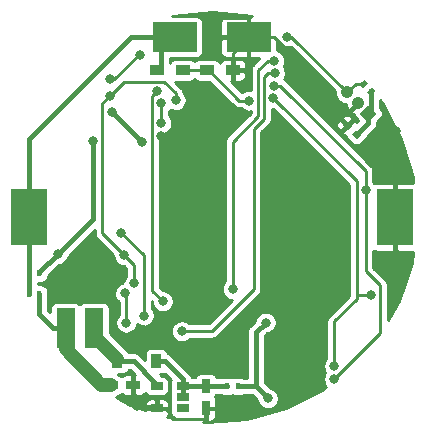
<source format=gbl>
G04 #@! TF.GenerationSoftware,KiCad,Pcbnew,no-vcs-found-f2763e9~58~ubuntu16.04.1*
G04 #@! TF.CreationDate,2017-03-23T18:26:22+02:00*
G04 #@! TF.ProjectId,multisensor_cr2032,6D756C746973656E736F725F63723230,rev?*
G04 #@! TF.FileFunction,Copper,L2,Bot,Signal*
G04 #@! TF.FilePolarity,Positive*
%FSLAX46Y46*%
G04 Gerber Fmt 4.6, Leading zero omitted, Abs format (unit mm)*
G04 Created by KiCad (PCBNEW no-vcs-found-f2763e9~58~ubuntu16.04.1) date Thu Mar 23 18:26:22 2017*
%MOMM*%
%LPD*%
G01*
G04 APERTURE LIST*
%ADD10C,0.100000*%
%ADD11C,0.400000*%
%ADD12R,3.149600X4.775200*%
%ADD13R,1.200000X0.750000*%
%ADD14R,3.750000X2.500000*%
%ADD15R,0.750000X1.200000*%
%ADD16R,0.900000X1.200000*%
%ADD17R,1.600000X3.400000*%
%ADD18R,1.060000X0.650000*%
%ADD19R,1.200000X0.900000*%
%ADD20R,0.400000X0.600000*%
%ADD21C,0.500000*%
%ADD22C,1.000000*%
%ADD23C,1.000000*%
%ADD24C,0.800000*%
%ADD25C,0.250000*%
%ADD26C,0.450000*%
%ADD27C,1.200000*%
%ADD28C,0.254000*%
G04 APERTURE END LIST*
D10*
D11*
X129681802Y-75581802D03*
D10*
G36*
X130035355Y-75511091D02*
X129611091Y-75935355D01*
X129328249Y-75652513D01*
X129752513Y-75228249D01*
X130035355Y-75511091D01*
X130035355Y-75511091D01*
G37*
D11*
X130318198Y-76218198D03*
D10*
G36*
X130671751Y-76147487D02*
X130247487Y-76571751D01*
X129964645Y-76288909D01*
X130388909Y-75864645D01*
X130671751Y-76147487D01*
X130671751Y-76147487D01*
G37*
D12*
X101346000Y-86868000D03*
X132384800Y-86868000D03*
D13*
X108270000Y-101092000D03*
X110170000Y-101092000D03*
D14*
X119965000Y-71628000D03*
X113715000Y-71628000D03*
D15*
X116332000Y-101158000D03*
X116332000Y-103058000D03*
D16*
X108840000Y-99060000D03*
X112140000Y-99060000D03*
D17*
X106864000Y-96266000D03*
X104464000Y-96266000D03*
D18*
X112184000Y-101158000D03*
X112184000Y-103058000D03*
X114384000Y-103058000D03*
X114384000Y-102108000D03*
X114384000Y-101158000D03*
D19*
X112184000Y-74422000D03*
X114384000Y-74422000D03*
X116418000Y-74422000D03*
X118618000Y-74422000D03*
D20*
X102250000Y-93400000D03*
X101350000Y-93400000D03*
X102250000Y-91600000D03*
X101350000Y-91600000D03*
X119050000Y-101200000D03*
X118150000Y-101200000D03*
D21*
X129088909Y-79888909D03*
D10*
G36*
X128700000Y-79853554D02*
X129053554Y-79500000D01*
X129477818Y-79924264D01*
X129124264Y-80277818D01*
X128700000Y-79853554D01*
X128700000Y-79853554D01*
G37*
D21*
X128311091Y-79111091D03*
D10*
G36*
X127922182Y-79075736D02*
X128275736Y-78722182D01*
X128700000Y-79146446D01*
X128346446Y-79500000D01*
X127922182Y-79075736D01*
X127922182Y-79075736D01*
G37*
D22*
X128303949Y-76303949D03*
D23*
X128303949Y-76303949D02*
X128303949Y-76303949D01*
D22*
X129201974Y-77201974D03*
D23*
X129201974Y-77201974D02*
X129201974Y-77201974D01*
D22*
X130100000Y-78100000D03*
D10*
G36*
X130100000Y-77392893D02*
X130807107Y-78100000D01*
X130100000Y-78807107D01*
X129392893Y-78100000D01*
X130100000Y-77392893D01*
X130100000Y-77392893D01*
G37*
D24*
X127324990Y-78200000D03*
X112575010Y-80010000D03*
X114500000Y-91400000D03*
X133600000Y-90200000D03*
X132400000Y-79600000D03*
X116796975Y-70121872D03*
X110490000Y-102870000D03*
X122193044Y-74682769D03*
X114300000Y-96520000D03*
X110975010Y-80518000D03*
X121400000Y-95800000D03*
X108400008Y-78000000D03*
X121600000Y-102200000D03*
X106800000Y-80400000D03*
X103800000Y-90000000D03*
X109424990Y-90100000D03*
X110275010Y-92456000D03*
X108200000Y-76600000D03*
X113792000Y-76948990D03*
X111100000Y-95200000D03*
X109193988Y-88200000D03*
X112575010Y-78914469D03*
X112575010Y-77230892D03*
X109500000Y-93300000D03*
X109600000Y-95800000D03*
X122134383Y-73634397D03*
X118618000Y-92963988D03*
X112700000Y-94000000D03*
X112212039Y-76175931D03*
X108200008Y-75200000D03*
X110744000Y-73152000D03*
X119999992Y-77000000D03*
X127200000Y-100600000D03*
X122078199Y-75731036D03*
X129875010Y-84582000D03*
X130324990Y-93500000D03*
X127200000Y-99499992D03*
X122050023Y-76798569D03*
X123189490Y-71575010D03*
D25*
X132400000Y-79600000D02*
X130900000Y-81100000D01*
X130900000Y-81100000D02*
X129000000Y-81100000D01*
X129000000Y-81100000D02*
X127900000Y-80000000D01*
X127900000Y-80000000D02*
X127900000Y-79522182D01*
X127900000Y-79522182D02*
X128311091Y-79111091D01*
X128311091Y-79111091D02*
X128236081Y-79111091D01*
X128236081Y-79111091D02*
X127324990Y-78200000D01*
X127324990Y-76862990D02*
X127324990Y-78200000D01*
X122090000Y-71628000D02*
X127324990Y-76862990D01*
X119965000Y-71628000D02*
X122090000Y-71628000D01*
X114500000Y-81934990D02*
X112575010Y-80010000D01*
X114500000Y-91400000D02*
X114500000Y-81934990D01*
X133600000Y-90200000D02*
X133034315Y-90200000D01*
X133034315Y-90200000D02*
X132384800Y-89550485D01*
X132384800Y-89550485D02*
X132384800Y-86868000D01*
X112184000Y-103058000D02*
X112858000Y-103058000D01*
X112858000Y-103058000D02*
X113400000Y-103600000D01*
X113400000Y-103600000D02*
X113400000Y-103800000D01*
X113400000Y-103800000D02*
X113600000Y-104000000D01*
X113600000Y-104000000D02*
X116264000Y-104000000D01*
X116264000Y-104000000D02*
X116332000Y-103932000D01*
X116332000Y-103932000D02*
X116332000Y-103468000D01*
X116332000Y-103468000D02*
X116600000Y-103200000D01*
X118618000Y-74582000D02*
X118618000Y-74422000D01*
X119965000Y-71628000D02*
X119965000Y-70000000D01*
X119965000Y-70000000D02*
X116918847Y-70000000D01*
X116918847Y-70000000D02*
X116796975Y-70121872D01*
X116332000Y-103932000D02*
X116332000Y-103058000D01*
X112184000Y-103058000D02*
X111458000Y-103058000D01*
X111458000Y-103058000D02*
X110170000Y-101770000D01*
X110170000Y-101770000D02*
X110170000Y-101092000D01*
X110490000Y-102870000D02*
X111996000Y-102870000D01*
X111996000Y-102870000D02*
X112184000Y-103058000D01*
X118618000Y-74422000D02*
X118618000Y-72975000D01*
X118618000Y-72975000D02*
X119965000Y-71628000D01*
X120382998Y-92977002D02*
X120382999Y-79417003D01*
X121275013Y-78524989D02*
X121275013Y-75035115D01*
X121275013Y-75035115D02*
X121627359Y-74682769D01*
X121627359Y-74682769D02*
X122193044Y-74682769D01*
X120382999Y-79417003D02*
X121275013Y-78524989D01*
X116840000Y-96520000D02*
X120382998Y-92977002D01*
X114300000Y-96520000D02*
X116840000Y-96520000D01*
D26*
X129088909Y-79888909D02*
X130100000Y-78877818D01*
X130100000Y-78877818D02*
X130100000Y-78100000D01*
X130318198Y-76218198D02*
X130318198Y-77881802D01*
X130318198Y-77881802D02*
X130100000Y-78100000D01*
X108400008Y-78000000D02*
X110918008Y-80518000D01*
X110918008Y-80518000D02*
X110975010Y-80518000D01*
X120600000Y-96600000D02*
X121400000Y-95800000D01*
X120600000Y-101200000D02*
X120600000Y-96600000D01*
X119050000Y-101200000D02*
X120600000Y-101200000D01*
X120600000Y-101200000D02*
X121600000Y-102200000D01*
X102250000Y-91600000D02*
X102250000Y-91550000D01*
X102250000Y-91550000D02*
X103800000Y-90000000D01*
X103800000Y-90000000D02*
X106800000Y-87000000D01*
X106800000Y-87000000D02*
X106800000Y-80400000D01*
D25*
X110275010Y-90950020D02*
X109424990Y-90100000D01*
X107575002Y-88250012D02*
X109424990Y-90100000D01*
X107575002Y-77224998D02*
X107575002Y-88250012D01*
X110275010Y-92456000D02*
X110275010Y-90950020D01*
X108200000Y-76600000D02*
X107575002Y-77224998D01*
X109399070Y-75400930D02*
X108200000Y-76600000D01*
X112809625Y-75400930D02*
X109399070Y-75400930D01*
X113792000Y-76948990D02*
X113792000Y-76383305D01*
X113792000Y-76383305D02*
X112809625Y-75400930D01*
X111100000Y-90106012D02*
X111100000Y-95200000D01*
X109193988Y-88200000D02*
X111100000Y-90106012D01*
X112575010Y-78914469D02*
X112575010Y-77230892D01*
X109600000Y-95800000D02*
X109600000Y-93400000D01*
X109600000Y-93400000D02*
X109500000Y-93300000D01*
X118618000Y-80474880D02*
X118618000Y-92963988D01*
X122134383Y-73634397D02*
X121568698Y-73634397D01*
X120775006Y-78317874D02*
X118618000Y-80474880D01*
X121568698Y-73634397D02*
X120775006Y-74428089D01*
X120775006Y-74428089D02*
X120775006Y-78317874D01*
X111800000Y-93100000D02*
X112700000Y-94000000D01*
X111800000Y-76587970D02*
X111800000Y-93100000D01*
X112212039Y-76175931D02*
X111800000Y-76587970D01*
X108840000Y-99060000D02*
X108840000Y-98910000D01*
D27*
X108840000Y-98910000D02*
X106864000Y-96934000D01*
D25*
X106864000Y-96934000D02*
X106864000Y-96266000D01*
D26*
X111979000Y-101158000D02*
X111979000Y-100803000D01*
X111979000Y-100803000D02*
X110236000Y-99060000D01*
X110236000Y-99060000D02*
X108840000Y-99060000D01*
D25*
X112184000Y-101158000D02*
X111979000Y-101158000D01*
X110744000Y-73152000D02*
X110648000Y-73152000D01*
X110648000Y-73152000D02*
X108600000Y-75200000D01*
X108600000Y-75200000D02*
X108200008Y-75200000D01*
X119146000Y-77000000D02*
X119999992Y-77000000D01*
X116418000Y-74422000D02*
X116568000Y-74422000D01*
X116568000Y-74422000D02*
X119146000Y-77000000D01*
X116418000Y-74422000D02*
X114384000Y-74422000D01*
D26*
X101350000Y-91600000D02*
X101350000Y-93400000D01*
X101350000Y-91600000D02*
X101350000Y-86872000D01*
X101350000Y-86872000D02*
X101346000Y-86868000D01*
X113715000Y-71628000D02*
X109972000Y-71628000D01*
X109972000Y-71628000D02*
X101346000Y-80254000D01*
X101346000Y-80254000D02*
X101346000Y-86868000D01*
X101346000Y-86868000D02*
X101214000Y-87000000D01*
X101214000Y-87000000D02*
X101400000Y-87000000D01*
X112184000Y-74422000D02*
X112522000Y-74084000D01*
X112522000Y-74084000D02*
X112522000Y-72821000D01*
X112522000Y-72821000D02*
X113715000Y-71628000D01*
X102250000Y-93400000D02*
X102250000Y-95102000D01*
X103414000Y-96266000D02*
X104464000Y-96266000D01*
X102250000Y-95102000D02*
X103414000Y-96266000D01*
D27*
X108270000Y-101092000D02*
X107492000Y-101092000D01*
X107492000Y-101092000D02*
X104464000Y-98064000D01*
X104464000Y-98064000D02*
X104464000Y-96266000D01*
X107986000Y-101092000D02*
X108270000Y-101092000D01*
D26*
X116332000Y-101158000D02*
X118108000Y-101158000D01*
D25*
X118108000Y-101158000D02*
X118150000Y-101200000D01*
X111810000Y-99060000D02*
X112140000Y-99060000D01*
D26*
X114384000Y-101158000D02*
X116332000Y-101158000D01*
X114384000Y-101158000D02*
X114384000Y-100583000D01*
X112861000Y-99060000D02*
X112140000Y-99060000D01*
X114384000Y-100583000D02*
X112861000Y-99060000D01*
X114384000Y-102108000D02*
X114384000Y-101158000D01*
D25*
X131100000Y-92652996D02*
X131100000Y-96700000D01*
X129875010Y-84582000D02*
X129875010Y-91428006D01*
X129875010Y-91428006D02*
X131100000Y-92652996D01*
X131100000Y-96700000D02*
X127200000Y-100600000D01*
X122643884Y-75731036D02*
X122078199Y-75731036D01*
X129875010Y-82962162D02*
X122643884Y-75731036D01*
X129875010Y-84582000D02*
X129875010Y-82962162D01*
X129200000Y-93500000D02*
X130324990Y-93500000D01*
X129100000Y-93600000D02*
X129200000Y-93500000D01*
X129100000Y-83848546D02*
X129100000Y-93600000D01*
X129100000Y-93600000D02*
X129100000Y-93800000D01*
X129100000Y-93800000D02*
X127200000Y-95700000D01*
X127200000Y-95700000D02*
X127200000Y-99499992D01*
X122050023Y-76798569D02*
X129100000Y-83848546D01*
X128303949Y-76303949D02*
X123575010Y-71575010D01*
X123575010Y-71575010D02*
X123189490Y-71575010D01*
X129681802Y-75581802D02*
X129026096Y-75581802D01*
X129026096Y-75581802D02*
X128303949Y-76303949D01*
D28*
G36*
X115443552Y-75246448D02*
X115523798Y-75312304D01*
X115615350Y-75361239D01*
X115714690Y-75391374D01*
X115818000Y-75401549D01*
X116625481Y-75401549D01*
X118684967Y-77461034D01*
X118731518Y-77499271D01*
X118777642Y-77537974D01*
X118780647Y-77539626D01*
X118783296Y-77541802D01*
X118836371Y-77570261D01*
X118889150Y-77599276D01*
X118892418Y-77600313D01*
X118895440Y-77601933D01*
X118953066Y-77619551D01*
X119010442Y-77637752D01*
X119013846Y-77638134D01*
X119017127Y-77639137D01*
X119077133Y-77645233D01*
X119136897Y-77651936D01*
X119143588Y-77651983D01*
X119143725Y-77651997D01*
X119143853Y-77651985D01*
X119146000Y-77652000D01*
X119340884Y-77652000D01*
X119396278Y-77709362D01*
X119545558Y-77813114D01*
X119712147Y-77885895D01*
X119889700Y-77924932D01*
X120071455Y-77928740D01*
X120123006Y-77919650D01*
X120123006Y-78047806D01*
X118156966Y-80013846D01*
X118118690Y-80060445D01*
X118080026Y-80106522D01*
X118078376Y-80109524D01*
X118076198Y-80112175D01*
X118047728Y-80165272D01*
X118018724Y-80218030D01*
X118017687Y-80221298D01*
X118016067Y-80224320D01*
X117998449Y-80281946D01*
X117980248Y-80339322D01*
X117979866Y-80342726D01*
X117978863Y-80346007D01*
X117972772Y-80405969D01*
X117966064Y-80465777D01*
X117966017Y-80472478D01*
X117966004Y-80472605D01*
X117966015Y-80472723D01*
X117966000Y-80474880D01*
X117966000Y-92304958D01*
X117904441Y-92365241D01*
X117801733Y-92515242D01*
X117730117Y-92682335D01*
X117692320Y-92860156D01*
X117689782Y-93041933D01*
X117722599Y-93220740D01*
X117789522Y-93389768D01*
X117888001Y-93542578D01*
X118014286Y-93673350D01*
X118163566Y-93777102D01*
X118330155Y-93849883D01*
X118507708Y-93888920D01*
X118548165Y-93889768D01*
X116569932Y-95868000D01*
X114959015Y-95868000D01*
X114893751Y-95802278D01*
X114743037Y-95700621D01*
X114575448Y-95630173D01*
X114397367Y-95593618D01*
X114215577Y-95592349D01*
X114037003Y-95626413D01*
X113868447Y-95694515D01*
X113716328Y-95794058D01*
X113586441Y-95921253D01*
X113483733Y-96071254D01*
X113412117Y-96238347D01*
X113374320Y-96416168D01*
X113371782Y-96597945D01*
X113404599Y-96776752D01*
X113471522Y-96945780D01*
X113570001Y-97098590D01*
X113696286Y-97229362D01*
X113845566Y-97333114D01*
X114012155Y-97405895D01*
X114189708Y-97444932D01*
X114371463Y-97448740D01*
X114550495Y-97417171D01*
X114719986Y-97351430D01*
X114873479Y-97254020D01*
X114959609Y-97172000D01*
X116840000Y-97172000D01*
X116899953Y-97166122D01*
X116959937Y-97160874D01*
X116963229Y-97159918D01*
X116966641Y-97159583D01*
X117024283Y-97142180D01*
X117082132Y-97125373D01*
X117085177Y-97123795D01*
X117088458Y-97122804D01*
X117141633Y-97094530D01*
X117195105Y-97066813D01*
X117197784Y-97064675D01*
X117200811Y-97063065D01*
X117247506Y-97024982D01*
X117294552Y-96987425D01*
X117299324Y-96982720D01*
X117299422Y-96982640D01*
X117299497Y-96982550D01*
X117301034Y-96981034D01*
X120844032Y-93438035D01*
X120882288Y-93391462D01*
X120920972Y-93345360D01*
X120922622Y-93342358D01*
X120924800Y-93339707D01*
X120953270Y-93286610D01*
X120982274Y-93233852D01*
X120983311Y-93230584D01*
X120984931Y-93227562D01*
X121002549Y-93169936D01*
X121020750Y-93112560D01*
X121021132Y-93109156D01*
X121022135Y-93105875D01*
X121028226Y-93045913D01*
X121034934Y-92986105D01*
X121034981Y-92979404D01*
X121034994Y-92979277D01*
X121034983Y-92979159D01*
X121034998Y-92977002D01*
X121034999Y-79687071D01*
X121736046Y-78986023D01*
X121774298Y-78939454D01*
X121812987Y-78893347D01*
X121814637Y-78890345D01*
X121816815Y-78887694D01*
X121845296Y-78834578D01*
X121874289Y-78781839D01*
X121875325Y-78778573D01*
X121876946Y-78775550D01*
X121894569Y-78717909D01*
X121912765Y-78660547D01*
X121913147Y-78657143D01*
X121914150Y-78653862D01*
X121920241Y-78593896D01*
X121926949Y-78534092D01*
X121926996Y-78527392D01*
X121927009Y-78527265D01*
X121926998Y-78527147D01*
X121927013Y-78524989D01*
X121927013Y-77720705D01*
X121939731Y-77723501D01*
X122055308Y-77725922D01*
X128448000Y-84118614D01*
X128448000Y-93529933D01*
X126738966Y-95238966D01*
X126700690Y-95285565D01*
X126662026Y-95331642D01*
X126660376Y-95334644D01*
X126658198Y-95337295D01*
X126629728Y-95390392D01*
X126600724Y-95443150D01*
X126599687Y-95446418D01*
X126598067Y-95449440D01*
X126580449Y-95507066D01*
X126562248Y-95564442D01*
X126561866Y-95567846D01*
X126560863Y-95571127D01*
X126554772Y-95631089D01*
X126548064Y-95690897D01*
X126548017Y-95697598D01*
X126548004Y-95697725D01*
X126548015Y-95697843D01*
X126548000Y-95700000D01*
X126548000Y-98840962D01*
X126486441Y-98901245D01*
X126383733Y-99051246D01*
X126312117Y-99218339D01*
X126274320Y-99396160D01*
X126271782Y-99577937D01*
X126304599Y-99756744D01*
X126371522Y-99925772D01*
X126452300Y-100051115D01*
X126383733Y-100151254D01*
X126312117Y-100318347D01*
X126274320Y-100496168D01*
X126271782Y-100677945D01*
X126304599Y-100856752D01*
X126371522Y-101025780D01*
X126470001Y-101178590D01*
X126521355Y-101231769D01*
X126143081Y-101527309D01*
X123118563Y-103055103D01*
X119854898Y-103966335D01*
X116476396Y-104226296D01*
X116127551Y-104184699D01*
X116259000Y-104053250D01*
X116259000Y-103131000D01*
X116405000Y-103131000D01*
X116405000Y-104053250D01*
X116536750Y-104185000D01*
X116758905Y-104185000D01*
X116860720Y-104164748D01*
X116956628Y-104125021D01*
X117042943Y-104067348D01*
X117116348Y-103993943D01*
X117174021Y-103907628D01*
X117213748Y-103811720D01*
X117234000Y-103709905D01*
X117234000Y-103262750D01*
X117102250Y-103131000D01*
X116405000Y-103131000D01*
X116259000Y-103131000D01*
X116239000Y-103131000D01*
X116239000Y-102985000D01*
X116259000Y-102985000D01*
X116259000Y-102965000D01*
X116405000Y-102965000D01*
X116405000Y-102985000D01*
X117102250Y-102985000D01*
X117234000Y-102853250D01*
X117234000Y-102406095D01*
X117213748Y-102304280D01*
X117174021Y-102208372D01*
X117116348Y-102122057D01*
X117101863Y-102107572D01*
X117147304Y-102052202D01*
X117196239Y-101960650D01*
X117211604Y-101910000D01*
X117618872Y-101910000D01*
X117655798Y-101940304D01*
X117747350Y-101989239D01*
X117846690Y-102019374D01*
X117950000Y-102029549D01*
X118350000Y-102029549D01*
X118453310Y-102019374D01*
X118552650Y-101989239D01*
X118600000Y-101963930D01*
X118647350Y-101989239D01*
X118746690Y-102019374D01*
X118850000Y-102029549D01*
X119250000Y-102029549D01*
X119353310Y-102019374D01*
X119452650Y-101989239D01*
X119522320Y-101952000D01*
X120288512Y-101952000D01*
X120684668Y-102348157D01*
X120704599Y-102456752D01*
X120771522Y-102625780D01*
X120870001Y-102778590D01*
X120996286Y-102909362D01*
X121145566Y-103013114D01*
X121312155Y-103085895D01*
X121489708Y-103124932D01*
X121671463Y-103128740D01*
X121850495Y-103097171D01*
X122019986Y-103031430D01*
X122173479Y-102934020D01*
X122305130Y-102808651D01*
X122409921Y-102660099D01*
X122483864Y-102494022D01*
X122524140Y-102316746D01*
X122527039Y-102109103D01*
X122491729Y-101930771D01*
X122422452Y-101762694D01*
X122321849Y-101611274D01*
X122193751Y-101482278D01*
X122043037Y-101380621D01*
X121875448Y-101310173D01*
X121747371Y-101283882D01*
X121352000Y-100888512D01*
X121352000Y-96911488D01*
X121548296Y-96715192D01*
X121650495Y-96697171D01*
X121819986Y-96631430D01*
X121973479Y-96534020D01*
X122105130Y-96408651D01*
X122209921Y-96260099D01*
X122283864Y-96094022D01*
X122324140Y-95916746D01*
X122327039Y-95709103D01*
X122291729Y-95530771D01*
X122222452Y-95362694D01*
X122121849Y-95211274D01*
X121993751Y-95082278D01*
X121843037Y-94980621D01*
X121675448Y-94910173D01*
X121497367Y-94873618D01*
X121315577Y-94872349D01*
X121137003Y-94906413D01*
X120968447Y-94974515D01*
X120816328Y-95074058D01*
X120686441Y-95201253D01*
X120583733Y-95351254D01*
X120512117Y-95518347D01*
X120483491Y-95653021D01*
X120068256Y-96068256D01*
X120024174Y-96121922D01*
X119979515Y-96175145D01*
X119977610Y-96178611D01*
X119975100Y-96181666D01*
X119942280Y-96242875D01*
X119908810Y-96303756D01*
X119907614Y-96307526D01*
X119905746Y-96311010D01*
X119885438Y-96377434D01*
X119864433Y-96443650D01*
X119863992Y-96447579D01*
X119862836Y-96451361D01*
X119855820Y-96520439D01*
X119848073Y-96589500D01*
X119848019Y-96597235D01*
X119848005Y-96597375D01*
X119848017Y-96597506D01*
X119848000Y-96600000D01*
X119848000Y-100448000D01*
X119522320Y-100448000D01*
X119452650Y-100410761D01*
X119353310Y-100380626D01*
X119250000Y-100370451D01*
X118850000Y-100370451D01*
X118746690Y-100380626D01*
X118647350Y-100410761D01*
X118600000Y-100436070D01*
X118552650Y-100410761D01*
X118453310Y-100380626D01*
X118350000Y-100370451D01*
X117950000Y-100370451D01*
X117846690Y-100380626D01*
X117763045Y-100406000D01*
X117211604Y-100406000D01*
X117196239Y-100355350D01*
X117147304Y-100263798D01*
X117081448Y-100183552D01*
X117001202Y-100117696D01*
X116909650Y-100068761D01*
X116810310Y-100038626D01*
X116707000Y-100028451D01*
X115957000Y-100028451D01*
X115853690Y-100038626D01*
X115754350Y-100068761D01*
X115662798Y-100117696D01*
X115582552Y-100183552D01*
X115516696Y-100263798D01*
X115467761Y-100355350D01*
X115452396Y-100406000D01*
X115224413Y-100406000D01*
X115208202Y-100392696D01*
X115116650Y-100343761D01*
X115091647Y-100336176D01*
X115082221Y-100303731D01*
X115080403Y-100300223D01*
X115079259Y-100296435D01*
X115046625Y-100235059D01*
X115014680Y-100173432D01*
X115012215Y-100170344D01*
X115010357Y-100166850D01*
X114966447Y-100113010D01*
X114923117Y-100058732D01*
X114917691Y-100053230D01*
X114917597Y-100053115D01*
X114917490Y-100053027D01*
X114915744Y-100051256D01*
X113392744Y-98528256D01*
X113339078Y-98484174D01*
X113285855Y-98439515D01*
X113282389Y-98437610D01*
X113279334Y-98435100D01*
X113218125Y-98402280D01*
X113157244Y-98368810D01*
X113153474Y-98367614D01*
X113149990Y-98365746D01*
X113108250Y-98352985D01*
X113079239Y-98257350D01*
X113030304Y-98165798D01*
X112964448Y-98085552D01*
X112884202Y-98019696D01*
X112792650Y-97970761D01*
X112693310Y-97940626D01*
X112590000Y-97930451D01*
X111690000Y-97930451D01*
X111586690Y-97940626D01*
X111487350Y-97970761D01*
X111395798Y-98019696D01*
X111315552Y-98085552D01*
X111249696Y-98165798D01*
X111200761Y-98257350D01*
X111170626Y-98356690D01*
X111160451Y-98460000D01*
X111160451Y-98920963D01*
X110767744Y-98528256D01*
X110714078Y-98484174D01*
X110660855Y-98439515D01*
X110657389Y-98437610D01*
X110654334Y-98435100D01*
X110593125Y-98402280D01*
X110532244Y-98368810D01*
X110528474Y-98367614D01*
X110524990Y-98365746D01*
X110458566Y-98345438D01*
X110392350Y-98324433D01*
X110388421Y-98323992D01*
X110384639Y-98322836D01*
X110315561Y-98315820D01*
X110246500Y-98308073D01*
X110238765Y-98308019D01*
X110238625Y-98308005D01*
X110238494Y-98308017D01*
X110236000Y-98308000D01*
X109794604Y-98308000D01*
X109779239Y-98257350D01*
X109730304Y-98165798D01*
X109664448Y-98085552D01*
X109584202Y-98019696D01*
X109496794Y-97972976D01*
X108193549Y-96669731D01*
X108193549Y-94566000D01*
X108183374Y-94462690D01*
X108153239Y-94363350D01*
X108104304Y-94271798D01*
X108038448Y-94191552D01*
X107958202Y-94125696D01*
X107866650Y-94076761D01*
X107767310Y-94046626D01*
X107664000Y-94036451D01*
X106064000Y-94036451D01*
X105960690Y-94046626D01*
X105861350Y-94076761D01*
X105769798Y-94125696D01*
X105689552Y-94191552D01*
X105664000Y-94222687D01*
X105638448Y-94191552D01*
X105558202Y-94125696D01*
X105466650Y-94076761D01*
X105367310Y-94046626D01*
X105264000Y-94036451D01*
X103664000Y-94036451D01*
X103560690Y-94046626D01*
X103461350Y-94076761D01*
X103369798Y-94125696D01*
X103289552Y-94191552D01*
X103223696Y-94271798D01*
X103174761Y-94363350D01*
X103144626Y-94462690D01*
X103134451Y-94566000D01*
X103134451Y-94922963D01*
X103002000Y-94790512D01*
X103002000Y-93400000D01*
X102987678Y-93253936D01*
X102979549Y-93227011D01*
X102979549Y-93100000D01*
X102969374Y-92996690D01*
X102939239Y-92897350D01*
X102890304Y-92805798D01*
X102824448Y-92725552D01*
X102744202Y-92659696D01*
X102652650Y-92610761D01*
X102553310Y-92580626D01*
X102450000Y-92570451D01*
X102102000Y-92570451D01*
X102102000Y-92429549D01*
X102450000Y-92429549D01*
X102553310Y-92419374D01*
X102652650Y-92389239D01*
X102744202Y-92340304D01*
X102824448Y-92274448D01*
X102890304Y-92194202D01*
X102939239Y-92102650D01*
X102969374Y-92003310D01*
X102979549Y-91900000D01*
X102979549Y-91883939D01*
X103948296Y-90915192D01*
X104050495Y-90897171D01*
X104219986Y-90831430D01*
X104373479Y-90734020D01*
X104505130Y-90608651D01*
X104609921Y-90460099D01*
X104683864Y-90294022D01*
X104717495Y-90145993D01*
X106923002Y-87940487D01*
X106923002Y-88250012D01*
X106928880Y-88309965D01*
X106934128Y-88369949D01*
X106935084Y-88373241D01*
X106935419Y-88376653D01*
X106952822Y-88434295D01*
X106969629Y-88492144D01*
X106971207Y-88495189D01*
X106972198Y-88498470D01*
X107000472Y-88551645D01*
X107028189Y-88605117D01*
X107030327Y-88607796D01*
X107031937Y-88610823D01*
X107070020Y-88657518D01*
X107107577Y-88704564D01*
X107112282Y-88709336D01*
X107112362Y-88709434D01*
X107112452Y-88709509D01*
X107113968Y-88711046D01*
X108497930Y-90095008D01*
X108496772Y-90177945D01*
X108529589Y-90356752D01*
X108596512Y-90525780D01*
X108694991Y-90678590D01*
X108821276Y-90809362D01*
X108970556Y-90913114D01*
X109137145Y-90985895D01*
X109314698Y-91024932D01*
X109430276Y-91027354D01*
X109623010Y-91220087D01*
X109623010Y-91796970D01*
X109561451Y-91857253D01*
X109458743Y-92007254D01*
X109387127Y-92174347D01*
X109349330Y-92352168D01*
X109348871Y-92385074D01*
X109237003Y-92406413D01*
X109068447Y-92474515D01*
X108916328Y-92574058D01*
X108786441Y-92701253D01*
X108683733Y-92851254D01*
X108612117Y-93018347D01*
X108574320Y-93196168D01*
X108571782Y-93377945D01*
X108604599Y-93556752D01*
X108671522Y-93725780D01*
X108770001Y-93878590D01*
X108896286Y-94009362D01*
X108948000Y-94045304D01*
X108948000Y-95140970D01*
X108886441Y-95201253D01*
X108783733Y-95351254D01*
X108712117Y-95518347D01*
X108674320Y-95696168D01*
X108671782Y-95877945D01*
X108704599Y-96056752D01*
X108771522Y-96225780D01*
X108870001Y-96378590D01*
X108996286Y-96509362D01*
X109145566Y-96613114D01*
X109312155Y-96685895D01*
X109489708Y-96724932D01*
X109671463Y-96728740D01*
X109850495Y-96697171D01*
X110019986Y-96631430D01*
X110173479Y-96534020D01*
X110305130Y-96408651D01*
X110409921Y-96260099D01*
X110483864Y-96094022D01*
X110521790Y-95927088D01*
X110645566Y-96013114D01*
X110812155Y-96085895D01*
X110989708Y-96124932D01*
X111171463Y-96128740D01*
X111350495Y-96097171D01*
X111519986Y-96031430D01*
X111673479Y-95934020D01*
X111805130Y-95808651D01*
X111909921Y-95660099D01*
X111983864Y-95494022D01*
X112024140Y-95316746D01*
X112027039Y-95109103D01*
X111991729Y-94930771D01*
X111922452Y-94762694D01*
X111821849Y-94611274D01*
X111752000Y-94540935D01*
X111752000Y-93974068D01*
X111772940Y-93995008D01*
X111771782Y-94077945D01*
X111804599Y-94256752D01*
X111871522Y-94425780D01*
X111970001Y-94578590D01*
X112096286Y-94709362D01*
X112245566Y-94813114D01*
X112412155Y-94885895D01*
X112589708Y-94924932D01*
X112771463Y-94928740D01*
X112950495Y-94897171D01*
X113119986Y-94831430D01*
X113273479Y-94734020D01*
X113405130Y-94608651D01*
X113509921Y-94460099D01*
X113583864Y-94294022D01*
X113624140Y-94116746D01*
X113627039Y-93909103D01*
X113591729Y-93730771D01*
X113522452Y-93562694D01*
X113421849Y-93411274D01*
X113293751Y-93282278D01*
X113143037Y-93180621D01*
X112975448Y-93110173D01*
X112797367Y-93073618D01*
X112694971Y-93072903D01*
X112452000Y-92829932D01*
X112452000Y-79836605D01*
X112464718Y-79839401D01*
X112646473Y-79843209D01*
X112825505Y-79811640D01*
X112994996Y-79745899D01*
X113148489Y-79648489D01*
X113280140Y-79523120D01*
X113384931Y-79374568D01*
X113458874Y-79208491D01*
X113499150Y-79031215D01*
X113502049Y-78823572D01*
X113466739Y-78645240D01*
X113397462Y-78477163D01*
X113296859Y-78325743D01*
X113227010Y-78255404D01*
X113227010Y-77890138D01*
X113280140Y-77839543D01*
X113335688Y-77760799D01*
X113337566Y-77762104D01*
X113504155Y-77834885D01*
X113681708Y-77873922D01*
X113863463Y-77877730D01*
X114042495Y-77846161D01*
X114211986Y-77780420D01*
X114365479Y-77683010D01*
X114497130Y-77557641D01*
X114601921Y-77409089D01*
X114675864Y-77243012D01*
X114716140Y-77065736D01*
X114719039Y-76858093D01*
X114683729Y-76679761D01*
X114614452Y-76511684D01*
X114513849Y-76360264D01*
X114434346Y-76280204D01*
X114432873Y-76263368D01*
X114431918Y-76260081D01*
X114431583Y-76256664D01*
X114414153Y-76198934D01*
X114397372Y-76141173D01*
X114395796Y-76138132D01*
X114394804Y-76134847D01*
X114366512Y-76081637D01*
X114338813Y-76028200D01*
X114336675Y-76025521D01*
X114335065Y-76022494D01*
X114296982Y-75975799D01*
X114259425Y-75928753D01*
X114254720Y-75923981D01*
X114254640Y-75923883D01*
X114254550Y-75923808D01*
X114253034Y-75922271D01*
X113726665Y-75395902D01*
X113784000Y-75401549D01*
X114984000Y-75401549D01*
X115087310Y-75391374D01*
X115186650Y-75361239D01*
X115278202Y-75312304D01*
X115358448Y-75246448D01*
X115401000Y-75194598D01*
X115443552Y-75246448D01*
X115443552Y-75246448D01*
G37*
X115443552Y-75246448D02*
X115523798Y-75312304D01*
X115615350Y-75361239D01*
X115714690Y-75391374D01*
X115818000Y-75401549D01*
X116625481Y-75401549D01*
X118684967Y-77461034D01*
X118731518Y-77499271D01*
X118777642Y-77537974D01*
X118780647Y-77539626D01*
X118783296Y-77541802D01*
X118836371Y-77570261D01*
X118889150Y-77599276D01*
X118892418Y-77600313D01*
X118895440Y-77601933D01*
X118953066Y-77619551D01*
X119010442Y-77637752D01*
X119013846Y-77638134D01*
X119017127Y-77639137D01*
X119077133Y-77645233D01*
X119136897Y-77651936D01*
X119143588Y-77651983D01*
X119143725Y-77651997D01*
X119143853Y-77651985D01*
X119146000Y-77652000D01*
X119340884Y-77652000D01*
X119396278Y-77709362D01*
X119545558Y-77813114D01*
X119712147Y-77885895D01*
X119889700Y-77924932D01*
X120071455Y-77928740D01*
X120123006Y-77919650D01*
X120123006Y-78047806D01*
X118156966Y-80013846D01*
X118118690Y-80060445D01*
X118080026Y-80106522D01*
X118078376Y-80109524D01*
X118076198Y-80112175D01*
X118047728Y-80165272D01*
X118018724Y-80218030D01*
X118017687Y-80221298D01*
X118016067Y-80224320D01*
X117998449Y-80281946D01*
X117980248Y-80339322D01*
X117979866Y-80342726D01*
X117978863Y-80346007D01*
X117972772Y-80405969D01*
X117966064Y-80465777D01*
X117966017Y-80472478D01*
X117966004Y-80472605D01*
X117966015Y-80472723D01*
X117966000Y-80474880D01*
X117966000Y-92304958D01*
X117904441Y-92365241D01*
X117801733Y-92515242D01*
X117730117Y-92682335D01*
X117692320Y-92860156D01*
X117689782Y-93041933D01*
X117722599Y-93220740D01*
X117789522Y-93389768D01*
X117888001Y-93542578D01*
X118014286Y-93673350D01*
X118163566Y-93777102D01*
X118330155Y-93849883D01*
X118507708Y-93888920D01*
X118548165Y-93889768D01*
X116569932Y-95868000D01*
X114959015Y-95868000D01*
X114893751Y-95802278D01*
X114743037Y-95700621D01*
X114575448Y-95630173D01*
X114397367Y-95593618D01*
X114215577Y-95592349D01*
X114037003Y-95626413D01*
X113868447Y-95694515D01*
X113716328Y-95794058D01*
X113586441Y-95921253D01*
X113483733Y-96071254D01*
X113412117Y-96238347D01*
X113374320Y-96416168D01*
X113371782Y-96597945D01*
X113404599Y-96776752D01*
X113471522Y-96945780D01*
X113570001Y-97098590D01*
X113696286Y-97229362D01*
X113845566Y-97333114D01*
X114012155Y-97405895D01*
X114189708Y-97444932D01*
X114371463Y-97448740D01*
X114550495Y-97417171D01*
X114719986Y-97351430D01*
X114873479Y-97254020D01*
X114959609Y-97172000D01*
X116840000Y-97172000D01*
X116899953Y-97166122D01*
X116959937Y-97160874D01*
X116963229Y-97159918D01*
X116966641Y-97159583D01*
X117024283Y-97142180D01*
X117082132Y-97125373D01*
X117085177Y-97123795D01*
X117088458Y-97122804D01*
X117141633Y-97094530D01*
X117195105Y-97066813D01*
X117197784Y-97064675D01*
X117200811Y-97063065D01*
X117247506Y-97024982D01*
X117294552Y-96987425D01*
X117299324Y-96982720D01*
X117299422Y-96982640D01*
X117299497Y-96982550D01*
X117301034Y-96981034D01*
X120844032Y-93438035D01*
X120882288Y-93391462D01*
X120920972Y-93345360D01*
X120922622Y-93342358D01*
X120924800Y-93339707D01*
X120953270Y-93286610D01*
X120982274Y-93233852D01*
X120983311Y-93230584D01*
X120984931Y-93227562D01*
X121002549Y-93169936D01*
X121020750Y-93112560D01*
X121021132Y-93109156D01*
X121022135Y-93105875D01*
X121028226Y-93045913D01*
X121034934Y-92986105D01*
X121034981Y-92979404D01*
X121034994Y-92979277D01*
X121034983Y-92979159D01*
X121034998Y-92977002D01*
X121034999Y-79687071D01*
X121736046Y-78986023D01*
X121774298Y-78939454D01*
X121812987Y-78893347D01*
X121814637Y-78890345D01*
X121816815Y-78887694D01*
X121845296Y-78834578D01*
X121874289Y-78781839D01*
X121875325Y-78778573D01*
X121876946Y-78775550D01*
X121894569Y-78717909D01*
X121912765Y-78660547D01*
X121913147Y-78657143D01*
X121914150Y-78653862D01*
X121920241Y-78593896D01*
X121926949Y-78534092D01*
X121926996Y-78527392D01*
X121927009Y-78527265D01*
X121926998Y-78527147D01*
X121927013Y-78524989D01*
X121927013Y-77720705D01*
X121939731Y-77723501D01*
X122055308Y-77725922D01*
X128448000Y-84118614D01*
X128448000Y-93529933D01*
X126738966Y-95238966D01*
X126700690Y-95285565D01*
X126662026Y-95331642D01*
X126660376Y-95334644D01*
X126658198Y-95337295D01*
X126629728Y-95390392D01*
X126600724Y-95443150D01*
X126599687Y-95446418D01*
X126598067Y-95449440D01*
X126580449Y-95507066D01*
X126562248Y-95564442D01*
X126561866Y-95567846D01*
X126560863Y-95571127D01*
X126554772Y-95631089D01*
X126548064Y-95690897D01*
X126548017Y-95697598D01*
X126548004Y-95697725D01*
X126548015Y-95697843D01*
X126548000Y-95700000D01*
X126548000Y-98840962D01*
X126486441Y-98901245D01*
X126383733Y-99051246D01*
X126312117Y-99218339D01*
X126274320Y-99396160D01*
X126271782Y-99577937D01*
X126304599Y-99756744D01*
X126371522Y-99925772D01*
X126452300Y-100051115D01*
X126383733Y-100151254D01*
X126312117Y-100318347D01*
X126274320Y-100496168D01*
X126271782Y-100677945D01*
X126304599Y-100856752D01*
X126371522Y-101025780D01*
X126470001Y-101178590D01*
X126521355Y-101231769D01*
X126143081Y-101527309D01*
X123118563Y-103055103D01*
X119854898Y-103966335D01*
X116476396Y-104226296D01*
X116127551Y-104184699D01*
X116259000Y-104053250D01*
X116259000Y-103131000D01*
X116405000Y-103131000D01*
X116405000Y-104053250D01*
X116536750Y-104185000D01*
X116758905Y-104185000D01*
X116860720Y-104164748D01*
X116956628Y-104125021D01*
X117042943Y-104067348D01*
X117116348Y-103993943D01*
X117174021Y-103907628D01*
X117213748Y-103811720D01*
X117234000Y-103709905D01*
X117234000Y-103262750D01*
X117102250Y-103131000D01*
X116405000Y-103131000D01*
X116259000Y-103131000D01*
X116239000Y-103131000D01*
X116239000Y-102985000D01*
X116259000Y-102985000D01*
X116259000Y-102965000D01*
X116405000Y-102965000D01*
X116405000Y-102985000D01*
X117102250Y-102985000D01*
X117234000Y-102853250D01*
X117234000Y-102406095D01*
X117213748Y-102304280D01*
X117174021Y-102208372D01*
X117116348Y-102122057D01*
X117101863Y-102107572D01*
X117147304Y-102052202D01*
X117196239Y-101960650D01*
X117211604Y-101910000D01*
X117618872Y-101910000D01*
X117655798Y-101940304D01*
X117747350Y-101989239D01*
X117846690Y-102019374D01*
X117950000Y-102029549D01*
X118350000Y-102029549D01*
X118453310Y-102019374D01*
X118552650Y-101989239D01*
X118600000Y-101963930D01*
X118647350Y-101989239D01*
X118746690Y-102019374D01*
X118850000Y-102029549D01*
X119250000Y-102029549D01*
X119353310Y-102019374D01*
X119452650Y-101989239D01*
X119522320Y-101952000D01*
X120288512Y-101952000D01*
X120684668Y-102348157D01*
X120704599Y-102456752D01*
X120771522Y-102625780D01*
X120870001Y-102778590D01*
X120996286Y-102909362D01*
X121145566Y-103013114D01*
X121312155Y-103085895D01*
X121489708Y-103124932D01*
X121671463Y-103128740D01*
X121850495Y-103097171D01*
X122019986Y-103031430D01*
X122173479Y-102934020D01*
X122305130Y-102808651D01*
X122409921Y-102660099D01*
X122483864Y-102494022D01*
X122524140Y-102316746D01*
X122527039Y-102109103D01*
X122491729Y-101930771D01*
X122422452Y-101762694D01*
X122321849Y-101611274D01*
X122193751Y-101482278D01*
X122043037Y-101380621D01*
X121875448Y-101310173D01*
X121747371Y-101283882D01*
X121352000Y-100888512D01*
X121352000Y-96911488D01*
X121548296Y-96715192D01*
X121650495Y-96697171D01*
X121819986Y-96631430D01*
X121973479Y-96534020D01*
X122105130Y-96408651D01*
X122209921Y-96260099D01*
X122283864Y-96094022D01*
X122324140Y-95916746D01*
X122327039Y-95709103D01*
X122291729Y-95530771D01*
X122222452Y-95362694D01*
X122121849Y-95211274D01*
X121993751Y-95082278D01*
X121843037Y-94980621D01*
X121675448Y-94910173D01*
X121497367Y-94873618D01*
X121315577Y-94872349D01*
X121137003Y-94906413D01*
X120968447Y-94974515D01*
X120816328Y-95074058D01*
X120686441Y-95201253D01*
X120583733Y-95351254D01*
X120512117Y-95518347D01*
X120483491Y-95653021D01*
X120068256Y-96068256D01*
X120024174Y-96121922D01*
X119979515Y-96175145D01*
X119977610Y-96178611D01*
X119975100Y-96181666D01*
X119942280Y-96242875D01*
X119908810Y-96303756D01*
X119907614Y-96307526D01*
X119905746Y-96311010D01*
X119885438Y-96377434D01*
X119864433Y-96443650D01*
X119863992Y-96447579D01*
X119862836Y-96451361D01*
X119855820Y-96520439D01*
X119848073Y-96589500D01*
X119848019Y-96597235D01*
X119848005Y-96597375D01*
X119848017Y-96597506D01*
X119848000Y-96600000D01*
X119848000Y-100448000D01*
X119522320Y-100448000D01*
X119452650Y-100410761D01*
X119353310Y-100380626D01*
X119250000Y-100370451D01*
X118850000Y-100370451D01*
X118746690Y-100380626D01*
X118647350Y-100410761D01*
X118600000Y-100436070D01*
X118552650Y-100410761D01*
X118453310Y-100380626D01*
X118350000Y-100370451D01*
X117950000Y-100370451D01*
X117846690Y-100380626D01*
X117763045Y-100406000D01*
X117211604Y-100406000D01*
X117196239Y-100355350D01*
X117147304Y-100263798D01*
X117081448Y-100183552D01*
X117001202Y-100117696D01*
X116909650Y-100068761D01*
X116810310Y-100038626D01*
X116707000Y-100028451D01*
X115957000Y-100028451D01*
X115853690Y-100038626D01*
X115754350Y-100068761D01*
X115662798Y-100117696D01*
X115582552Y-100183552D01*
X115516696Y-100263798D01*
X115467761Y-100355350D01*
X115452396Y-100406000D01*
X115224413Y-100406000D01*
X115208202Y-100392696D01*
X115116650Y-100343761D01*
X115091647Y-100336176D01*
X115082221Y-100303731D01*
X115080403Y-100300223D01*
X115079259Y-100296435D01*
X115046625Y-100235059D01*
X115014680Y-100173432D01*
X115012215Y-100170344D01*
X115010357Y-100166850D01*
X114966447Y-100113010D01*
X114923117Y-100058732D01*
X114917691Y-100053230D01*
X114917597Y-100053115D01*
X114917490Y-100053027D01*
X114915744Y-100051256D01*
X113392744Y-98528256D01*
X113339078Y-98484174D01*
X113285855Y-98439515D01*
X113282389Y-98437610D01*
X113279334Y-98435100D01*
X113218125Y-98402280D01*
X113157244Y-98368810D01*
X113153474Y-98367614D01*
X113149990Y-98365746D01*
X113108250Y-98352985D01*
X113079239Y-98257350D01*
X113030304Y-98165798D01*
X112964448Y-98085552D01*
X112884202Y-98019696D01*
X112792650Y-97970761D01*
X112693310Y-97940626D01*
X112590000Y-97930451D01*
X111690000Y-97930451D01*
X111586690Y-97940626D01*
X111487350Y-97970761D01*
X111395798Y-98019696D01*
X111315552Y-98085552D01*
X111249696Y-98165798D01*
X111200761Y-98257350D01*
X111170626Y-98356690D01*
X111160451Y-98460000D01*
X111160451Y-98920963D01*
X110767744Y-98528256D01*
X110714078Y-98484174D01*
X110660855Y-98439515D01*
X110657389Y-98437610D01*
X110654334Y-98435100D01*
X110593125Y-98402280D01*
X110532244Y-98368810D01*
X110528474Y-98367614D01*
X110524990Y-98365746D01*
X110458566Y-98345438D01*
X110392350Y-98324433D01*
X110388421Y-98323992D01*
X110384639Y-98322836D01*
X110315561Y-98315820D01*
X110246500Y-98308073D01*
X110238765Y-98308019D01*
X110238625Y-98308005D01*
X110238494Y-98308017D01*
X110236000Y-98308000D01*
X109794604Y-98308000D01*
X109779239Y-98257350D01*
X109730304Y-98165798D01*
X109664448Y-98085552D01*
X109584202Y-98019696D01*
X109496794Y-97972976D01*
X108193549Y-96669731D01*
X108193549Y-94566000D01*
X108183374Y-94462690D01*
X108153239Y-94363350D01*
X108104304Y-94271798D01*
X108038448Y-94191552D01*
X107958202Y-94125696D01*
X107866650Y-94076761D01*
X107767310Y-94046626D01*
X107664000Y-94036451D01*
X106064000Y-94036451D01*
X105960690Y-94046626D01*
X105861350Y-94076761D01*
X105769798Y-94125696D01*
X105689552Y-94191552D01*
X105664000Y-94222687D01*
X105638448Y-94191552D01*
X105558202Y-94125696D01*
X105466650Y-94076761D01*
X105367310Y-94046626D01*
X105264000Y-94036451D01*
X103664000Y-94036451D01*
X103560690Y-94046626D01*
X103461350Y-94076761D01*
X103369798Y-94125696D01*
X103289552Y-94191552D01*
X103223696Y-94271798D01*
X103174761Y-94363350D01*
X103144626Y-94462690D01*
X103134451Y-94566000D01*
X103134451Y-94922963D01*
X103002000Y-94790512D01*
X103002000Y-93400000D01*
X102987678Y-93253936D01*
X102979549Y-93227011D01*
X102979549Y-93100000D01*
X102969374Y-92996690D01*
X102939239Y-92897350D01*
X102890304Y-92805798D01*
X102824448Y-92725552D01*
X102744202Y-92659696D01*
X102652650Y-92610761D01*
X102553310Y-92580626D01*
X102450000Y-92570451D01*
X102102000Y-92570451D01*
X102102000Y-92429549D01*
X102450000Y-92429549D01*
X102553310Y-92419374D01*
X102652650Y-92389239D01*
X102744202Y-92340304D01*
X102824448Y-92274448D01*
X102890304Y-92194202D01*
X102939239Y-92102650D01*
X102969374Y-92003310D01*
X102979549Y-91900000D01*
X102979549Y-91883939D01*
X103948296Y-90915192D01*
X104050495Y-90897171D01*
X104219986Y-90831430D01*
X104373479Y-90734020D01*
X104505130Y-90608651D01*
X104609921Y-90460099D01*
X104683864Y-90294022D01*
X104717495Y-90145993D01*
X106923002Y-87940487D01*
X106923002Y-88250012D01*
X106928880Y-88309965D01*
X106934128Y-88369949D01*
X106935084Y-88373241D01*
X106935419Y-88376653D01*
X106952822Y-88434295D01*
X106969629Y-88492144D01*
X106971207Y-88495189D01*
X106972198Y-88498470D01*
X107000472Y-88551645D01*
X107028189Y-88605117D01*
X107030327Y-88607796D01*
X107031937Y-88610823D01*
X107070020Y-88657518D01*
X107107577Y-88704564D01*
X107112282Y-88709336D01*
X107112362Y-88709434D01*
X107112452Y-88709509D01*
X107113968Y-88711046D01*
X108497930Y-90095008D01*
X108496772Y-90177945D01*
X108529589Y-90356752D01*
X108596512Y-90525780D01*
X108694991Y-90678590D01*
X108821276Y-90809362D01*
X108970556Y-90913114D01*
X109137145Y-90985895D01*
X109314698Y-91024932D01*
X109430276Y-91027354D01*
X109623010Y-91220087D01*
X109623010Y-91796970D01*
X109561451Y-91857253D01*
X109458743Y-92007254D01*
X109387127Y-92174347D01*
X109349330Y-92352168D01*
X109348871Y-92385074D01*
X109237003Y-92406413D01*
X109068447Y-92474515D01*
X108916328Y-92574058D01*
X108786441Y-92701253D01*
X108683733Y-92851254D01*
X108612117Y-93018347D01*
X108574320Y-93196168D01*
X108571782Y-93377945D01*
X108604599Y-93556752D01*
X108671522Y-93725780D01*
X108770001Y-93878590D01*
X108896286Y-94009362D01*
X108948000Y-94045304D01*
X108948000Y-95140970D01*
X108886441Y-95201253D01*
X108783733Y-95351254D01*
X108712117Y-95518347D01*
X108674320Y-95696168D01*
X108671782Y-95877945D01*
X108704599Y-96056752D01*
X108771522Y-96225780D01*
X108870001Y-96378590D01*
X108996286Y-96509362D01*
X109145566Y-96613114D01*
X109312155Y-96685895D01*
X109489708Y-96724932D01*
X109671463Y-96728740D01*
X109850495Y-96697171D01*
X110019986Y-96631430D01*
X110173479Y-96534020D01*
X110305130Y-96408651D01*
X110409921Y-96260099D01*
X110483864Y-96094022D01*
X110521790Y-95927088D01*
X110645566Y-96013114D01*
X110812155Y-96085895D01*
X110989708Y-96124932D01*
X111171463Y-96128740D01*
X111350495Y-96097171D01*
X111519986Y-96031430D01*
X111673479Y-95934020D01*
X111805130Y-95808651D01*
X111909921Y-95660099D01*
X111983864Y-95494022D01*
X112024140Y-95316746D01*
X112027039Y-95109103D01*
X111991729Y-94930771D01*
X111922452Y-94762694D01*
X111821849Y-94611274D01*
X111752000Y-94540935D01*
X111752000Y-93974068D01*
X111772940Y-93995008D01*
X111771782Y-94077945D01*
X111804599Y-94256752D01*
X111871522Y-94425780D01*
X111970001Y-94578590D01*
X112096286Y-94709362D01*
X112245566Y-94813114D01*
X112412155Y-94885895D01*
X112589708Y-94924932D01*
X112771463Y-94928740D01*
X112950495Y-94897171D01*
X113119986Y-94831430D01*
X113273479Y-94734020D01*
X113405130Y-94608651D01*
X113509921Y-94460099D01*
X113583864Y-94294022D01*
X113624140Y-94116746D01*
X113627039Y-93909103D01*
X113591729Y-93730771D01*
X113522452Y-93562694D01*
X113421849Y-93411274D01*
X113293751Y-93282278D01*
X113143037Y-93180621D01*
X112975448Y-93110173D01*
X112797367Y-93073618D01*
X112694971Y-93072903D01*
X112452000Y-92829932D01*
X112452000Y-79836605D01*
X112464718Y-79839401D01*
X112646473Y-79843209D01*
X112825505Y-79811640D01*
X112994996Y-79745899D01*
X113148489Y-79648489D01*
X113280140Y-79523120D01*
X113384931Y-79374568D01*
X113458874Y-79208491D01*
X113499150Y-79031215D01*
X113502049Y-78823572D01*
X113466739Y-78645240D01*
X113397462Y-78477163D01*
X113296859Y-78325743D01*
X113227010Y-78255404D01*
X113227010Y-77890138D01*
X113280140Y-77839543D01*
X113335688Y-77760799D01*
X113337566Y-77762104D01*
X113504155Y-77834885D01*
X113681708Y-77873922D01*
X113863463Y-77877730D01*
X114042495Y-77846161D01*
X114211986Y-77780420D01*
X114365479Y-77683010D01*
X114497130Y-77557641D01*
X114601921Y-77409089D01*
X114675864Y-77243012D01*
X114716140Y-77065736D01*
X114719039Y-76858093D01*
X114683729Y-76679761D01*
X114614452Y-76511684D01*
X114513849Y-76360264D01*
X114434346Y-76280204D01*
X114432873Y-76263368D01*
X114431918Y-76260081D01*
X114431583Y-76256664D01*
X114414153Y-76198934D01*
X114397372Y-76141173D01*
X114395796Y-76138132D01*
X114394804Y-76134847D01*
X114366512Y-76081637D01*
X114338813Y-76028200D01*
X114336675Y-76025521D01*
X114335065Y-76022494D01*
X114296982Y-75975799D01*
X114259425Y-75928753D01*
X114254720Y-75923981D01*
X114254640Y-75923883D01*
X114254550Y-75923808D01*
X114253034Y-75922271D01*
X113726665Y-75395902D01*
X113784000Y-75401549D01*
X114984000Y-75401549D01*
X115087310Y-75391374D01*
X115186650Y-75361239D01*
X115278202Y-75312304D01*
X115358448Y-75246448D01*
X115401000Y-75194598D01*
X115443552Y-75246448D01*
G36*
X110338631Y-100226119D02*
X110243000Y-100321750D01*
X110243000Y-101019000D01*
X110263000Y-101019000D01*
X110263000Y-101165000D01*
X110243000Y-101165000D01*
X110243000Y-101862250D01*
X110374750Y-101994000D01*
X110821905Y-101994000D01*
X110923720Y-101973748D01*
X111019628Y-101934021D01*
X111105943Y-101876348D01*
X111179348Y-101802943D01*
X111206075Y-101762943D01*
X111213696Y-101777202D01*
X111279552Y-101857448D01*
X111359798Y-101923304D01*
X111451350Y-101972239D01*
X111550690Y-102002374D01*
X111654000Y-102012549D01*
X112714000Y-102012549D01*
X112817310Y-102002374D01*
X112916650Y-101972239D01*
X113008202Y-101923304D01*
X113088448Y-101857448D01*
X113154304Y-101777202D01*
X113203239Y-101685650D01*
X113233374Y-101586310D01*
X113243549Y-101483000D01*
X113243549Y-100833000D01*
X113233374Y-100729690D01*
X113203239Y-100630350D01*
X113154304Y-100538798D01*
X113088448Y-100458552D01*
X113008202Y-100392696D01*
X112916650Y-100343761D01*
X112817310Y-100313626D01*
X112714000Y-100303451D01*
X112537850Y-100303451D01*
X112518117Y-100278732D01*
X112512691Y-100273230D01*
X112512597Y-100273115D01*
X112512490Y-100273027D01*
X112510744Y-100271256D01*
X112429037Y-100189549D01*
X112590000Y-100189549D01*
X112693310Y-100179374D01*
X112792650Y-100149239D01*
X112853973Y-100116461D01*
X113365841Y-100628329D01*
X113364761Y-100630350D01*
X113334626Y-100729690D01*
X113324451Y-100833000D01*
X113324451Y-101483000D01*
X113334626Y-101586310D01*
X113348790Y-101633000D01*
X113334626Y-101679690D01*
X113324451Y-101783000D01*
X113324451Y-102433000D01*
X113334626Y-102536310D01*
X113348790Y-102583000D01*
X113334626Y-102629690D01*
X113324451Y-102733000D01*
X113324451Y-103383000D01*
X113334626Y-103486310D01*
X113364761Y-103585650D01*
X113413696Y-103677202D01*
X113479552Y-103757448D01*
X113559798Y-103823304D01*
X113651350Y-103872239D01*
X113744725Y-103900564D01*
X113111743Y-103825086D01*
X113037197Y-103800865D01*
X113049943Y-103792348D01*
X113123348Y-103718943D01*
X113181021Y-103632628D01*
X113220748Y-103536720D01*
X113241000Y-103434905D01*
X113241000Y-103262750D01*
X113109250Y-103131000D01*
X112257000Y-103131000D01*
X112257000Y-103151000D01*
X112111000Y-103151000D01*
X112111000Y-103131000D01*
X111258750Y-103131000D01*
X111189303Y-103200447D01*
X109889098Y-102777985D01*
X109715734Y-102681095D01*
X111127000Y-102681095D01*
X111127000Y-102853250D01*
X111258750Y-102985000D01*
X112111000Y-102985000D01*
X112111000Y-102337750D01*
X112257000Y-102337750D01*
X112257000Y-102985000D01*
X113109250Y-102985000D01*
X113241000Y-102853250D01*
X113241000Y-102681095D01*
X113220748Y-102579280D01*
X113181021Y-102483372D01*
X113123348Y-102397057D01*
X113049943Y-102323652D01*
X112963628Y-102265979D01*
X112867720Y-102226252D01*
X112765905Y-102206000D01*
X112388750Y-102206000D01*
X112257000Y-102337750D01*
X112111000Y-102337750D01*
X111979250Y-102206000D01*
X111602095Y-102206000D01*
X111500280Y-102226252D01*
X111404372Y-102265979D01*
X111318057Y-102323652D01*
X111244652Y-102397057D01*
X111186979Y-102483372D01*
X111147252Y-102579280D01*
X111127000Y-102681095D01*
X109715734Y-102681095D01*
X108718576Y-102123802D01*
X108893672Y-102030702D01*
X108944551Y-101989207D01*
X108973310Y-101986374D01*
X109072650Y-101956239D01*
X109164202Y-101907304D01*
X109219572Y-101861863D01*
X109234057Y-101876348D01*
X109320372Y-101934021D01*
X109416280Y-101973748D01*
X109518095Y-101994000D01*
X109965250Y-101994000D01*
X110097000Y-101862250D01*
X110097000Y-101165000D01*
X110077000Y-101165000D01*
X110077000Y-101019000D01*
X110097000Y-101019000D01*
X110097000Y-100321750D01*
X109965250Y-100190000D01*
X109518095Y-100190000D01*
X109416280Y-100210252D01*
X109320372Y-100249979D01*
X109234057Y-100307652D01*
X109219572Y-100322137D01*
X109164202Y-100276696D01*
X109072650Y-100227761D01*
X108973310Y-100197626D01*
X108945835Y-100194920D01*
X108939434Y-100189549D01*
X109290000Y-100189549D01*
X109393310Y-100179374D01*
X109492650Y-100149239D01*
X109584202Y-100100304D01*
X109664448Y-100034448D01*
X109730304Y-99954202D01*
X109779239Y-99862650D01*
X109794604Y-99812000D01*
X109924512Y-99812000D01*
X110338631Y-100226119D01*
X110338631Y-100226119D01*
G37*
X110338631Y-100226119D02*
X110243000Y-100321750D01*
X110243000Y-101019000D01*
X110263000Y-101019000D01*
X110263000Y-101165000D01*
X110243000Y-101165000D01*
X110243000Y-101862250D01*
X110374750Y-101994000D01*
X110821905Y-101994000D01*
X110923720Y-101973748D01*
X111019628Y-101934021D01*
X111105943Y-101876348D01*
X111179348Y-101802943D01*
X111206075Y-101762943D01*
X111213696Y-101777202D01*
X111279552Y-101857448D01*
X111359798Y-101923304D01*
X111451350Y-101972239D01*
X111550690Y-102002374D01*
X111654000Y-102012549D01*
X112714000Y-102012549D01*
X112817310Y-102002374D01*
X112916650Y-101972239D01*
X113008202Y-101923304D01*
X113088448Y-101857448D01*
X113154304Y-101777202D01*
X113203239Y-101685650D01*
X113233374Y-101586310D01*
X113243549Y-101483000D01*
X113243549Y-100833000D01*
X113233374Y-100729690D01*
X113203239Y-100630350D01*
X113154304Y-100538798D01*
X113088448Y-100458552D01*
X113008202Y-100392696D01*
X112916650Y-100343761D01*
X112817310Y-100313626D01*
X112714000Y-100303451D01*
X112537850Y-100303451D01*
X112518117Y-100278732D01*
X112512691Y-100273230D01*
X112512597Y-100273115D01*
X112512490Y-100273027D01*
X112510744Y-100271256D01*
X112429037Y-100189549D01*
X112590000Y-100189549D01*
X112693310Y-100179374D01*
X112792650Y-100149239D01*
X112853973Y-100116461D01*
X113365841Y-100628329D01*
X113364761Y-100630350D01*
X113334626Y-100729690D01*
X113324451Y-100833000D01*
X113324451Y-101483000D01*
X113334626Y-101586310D01*
X113348790Y-101633000D01*
X113334626Y-101679690D01*
X113324451Y-101783000D01*
X113324451Y-102433000D01*
X113334626Y-102536310D01*
X113348790Y-102583000D01*
X113334626Y-102629690D01*
X113324451Y-102733000D01*
X113324451Y-103383000D01*
X113334626Y-103486310D01*
X113364761Y-103585650D01*
X113413696Y-103677202D01*
X113479552Y-103757448D01*
X113559798Y-103823304D01*
X113651350Y-103872239D01*
X113744725Y-103900564D01*
X113111743Y-103825086D01*
X113037197Y-103800865D01*
X113049943Y-103792348D01*
X113123348Y-103718943D01*
X113181021Y-103632628D01*
X113220748Y-103536720D01*
X113241000Y-103434905D01*
X113241000Y-103262750D01*
X113109250Y-103131000D01*
X112257000Y-103131000D01*
X112257000Y-103151000D01*
X112111000Y-103151000D01*
X112111000Y-103131000D01*
X111258750Y-103131000D01*
X111189303Y-103200447D01*
X109889098Y-102777985D01*
X109715734Y-102681095D01*
X111127000Y-102681095D01*
X111127000Y-102853250D01*
X111258750Y-102985000D01*
X112111000Y-102985000D01*
X112111000Y-102337750D01*
X112257000Y-102337750D01*
X112257000Y-102985000D01*
X113109250Y-102985000D01*
X113241000Y-102853250D01*
X113241000Y-102681095D01*
X113220748Y-102579280D01*
X113181021Y-102483372D01*
X113123348Y-102397057D01*
X113049943Y-102323652D01*
X112963628Y-102265979D01*
X112867720Y-102226252D01*
X112765905Y-102206000D01*
X112388750Y-102206000D01*
X112257000Y-102337750D01*
X112111000Y-102337750D01*
X111979250Y-102206000D01*
X111602095Y-102206000D01*
X111500280Y-102226252D01*
X111404372Y-102265979D01*
X111318057Y-102323652D01*
X111244652Y-102397057D01*
X111186979Y-102483372D01*
X111147252Y-102579280D01*
X111127000Y-102681095D01*
X109715734Y-102681095D01*
X108718576Y-102123802D01*
X108893672Y-102030702D01*
X108944551Y-101989207D01*
X108973310Y-101986374D01*
X109072650Y-101956239D01*
X109164202Y-101907304D01*
X109219572Y-101861863D01*
X109234057Y-101876348D01*
X109320372Y-101934021D01*
X109416280Y-101973748D01*
X109518095Y-101994000D01*
X109965250Y-101994000D01*
X110097000Y-101862250D01*
X110097000Y-101165000D01*
X110077000Y-101165000D01*
X110077000Y-101019000D01*
X110097000Y-101019000D01*
X110097000Y-100321750D01*
X109965250Y-100190000D01*
X109518095Y-100190000D01*
X109416280Y-100210252D01*
X109320372Y-100249979D01*
X109234057Y-100307652D01*
X109219572Y-100322137D01*
X109164202Y-100276696D01*
X109072650Y-100227761D01*
X108973310Y-100197626D01*
X108945835Y-100194920D01*
X108939434Y-100189549D01*
X109290000Y-100189549D01*
X109393310Y-100179374D01*
X109492650Y-100149239D01*
X109584202Y-100100304D01*
X109664448Y-100034448D01*
X109730304Y-99954202D01*
X109779239Y-99862650D01*
X109794604Y-99812000D01*
X109924512Y-99812000D01*
X110338631Y-100226119D01*
G36*
X122459491Y-72153600D02*
X122585776Y-72284372D01*
X122735056Y-72388124D01*
X122901645Y-72460905D01*
X123079198Y-72499942D01*
X123260953Y-72503750D01*
X123439985Y-72472181D01*
X123519335Y-72441403D01*
X127283435Y-76205502D01*
X127273442Y-76303878D01*
X127292304Y-76503424D01*
X127349566Y-76695505D01*
X127443046Y-76872807D01*
X127569184Y-77028574D01*
X127723176Y-77156875D01*
X127899154Y-77252822D01*
X128090417Y-77312760D01*
X128187074Y-77323260D01*
X128201600Y-77434329D01*
X128266152Y-77625028D01*
X128330307Y-77745044D01*
X128519426Y-77781285D01*
X129098736Y-77201974D01*
X129084594Y-77187832D01*
X129187832Y-77084594D01*
X129201974Y-77098736D01*
X129216116Y-77084594D01*
X129319354Y-77187832D01*
X129305212Y-77201974D01*
X129319354Y-77216116D01*
X129216116Y-77319354D01*
X129201974Y-77305212D01*
X128622663Y-77884522D01*
X128658904Y-78073641D01*
X128778920Y-78137796D01*
X128870107Y-78168663D01*
X128873519Y-78203310D01*
X128903654Y-78302650D01*
X128952589Y-78394202D01*
X129018445Y-78474448D01*
X129229163Y-78685166D01*
X129106587Y-78807743D01*
X129005293Y-78706449D01*
X128818970Y-78706449D01*
X128414329Y-79111091D01*
X128428471Y-79125233D01*
X128325233Y-79228471D01*
X128311091Y-79214329D01*
X127906449Y-79618970D01*
X127906449Y-79805293D01*
X128010503Y-79909347D01*
X128096818Y-79967021D01*
X128192726Y-80006747D01*
X128195953Y-80007389D01*
X128210761Y-80056204D01*
X128259696Y-80147756D01*
X128325552Y-80228002D01*
X128749816Y-80652266D01*
X128830062Y-80718122D01*
X128921614Y-80767057D01*
X129020954Y-80797192D01*
X129124264Y-80807367D01*
X129227574Y-80797192D01*
X129326914Y-80767057D01*
X129418466Y-80718122D01*
X129498712Y-80652266D01*
X129852266Y-80298712D01*
X129918122Y-80218466D01*
X129967057Y-80126914D01*
X129989990Y-80051317D01*
X130631745Y-79409562D01*
X130675851Y-79355866D01*
X130720485Y-79302673D01*
X130722390Y-79299208D01*
X130724900Y-79296152D01*
X130757739Y-79234908D01*
X130791190Y-79174062D01*
X130792385Y-79170296D01*
X130794255Y-79166808D01*
X130814577Y-79100338D01*
X130835567Y-79034168D01*
X130836008Y-79030239D01*
X130837164Y-79026457D01*
X130844185Y-78957335D01*
X130851927Y-78888318D01*
X130851981Y-78880594D01*
X130851996Y-78880443D01*
X130851983Y-78880303D01*
X130852000Y-78877818D01*
X130852000Y-78804003D01*
X131181555Y-78474448D01*
X131247411Y-78394202D01*
X131296346Y-78302650D01*
X131326481Y-78203310D01*
X131336656Y-78100000D01*
X131326481Y-77996690D01*
X131296346Y-77897350D01*
X131247411Y-77805798D01*
X131181555Y-77725552D01*
X131070198Y-77614195D01*
X131070198Y-76976642D01*
X131301265Y-77259958D01*
X132892064Y-80251816D01*
X133871445Y-83495683D01*
X133916325Y-83953400D01*
X132589550Y-83953400D01*
X132457800Y-84085150D01*
X132457800Y-86795000D01*
X132477800Y-86795000D01*
X132477800Y-86941000D01*
X132457800Y-86941000D01*
X132457800Y-89650850D01*
X132589550Y-89782600D01*
X133888377Y-89782600D01*
X133770645Y-90714548D01*
X132701071Y-93929804D01*
X131752000Y-95600472D01*
X131752000Y-92652996D01*
X131746113Y-92592953D01*
X131740873Y-92533059D01*
X131739918Y-92529772D01*
X131739583Y-92526355D01*
X131722153Y-92468625D01*
X131705372Y-92410864D01*
X131703796Y-92407824D01*
X131702804Y-92404538D01*
X131674491Y-92351288D01*
X131646812Y-92297891D01*
X131644677Y-92295216D01*
X131643065Y-92292185D01*
X131604959Y-92245463D01*
X131567425Y-92198444D01*
X131562723Y-92193676D01*
X131562640Y-92193574D01*
X131562546Y-92193496D01*
X131561033Y-92191962D01*
X130527010Y-91157938D01*
X130527010Y-89700330D01*
X130560372Y-89722621D01*
X130656280Y-89762348D01*
X130758095Y-89782600D01*
X132180050Y-89782600D01*
X132311800Y-89650850D01*
X132311800Y-86941000D01*
X132291800Y-86941000D01*
X132291800Y-86795000D01*
X132311800Y-86795000D01*
X132311800Y-84085150D01*
X132180050Y-83953400D01*
X130758095Y-83953400D01*
X130656280Y-83973652D01*
X130599460Y-83997188D01*
X130596859Y-83993274D01*
X130527010Y-83922935D01*
X130527010Y-82962162D01*
X130521123Y-82902119D01*
X130515883Y-82842225D01*
X130514928Y-82838938D01*
X130514593Y-82835521D01*
X130497163Y-82777791D01*
X130480382Y-82720030D01*
X130478806Y-82716990D01*
X130477814Y-82713704D01*
X130449501Y-82660454D01*
X130421822Y-82607057D01*
X130419687Y-82604382D01*
X130418075Y-82601351D01*
X130379969Y-82554629D01*
X130342435Y-82507610D01*
X130337733Y-82502842D01*
X130337650Y-82502740D01*
X130337556Y-82502662D01*
X130336043Y-82501128D01*
X126858746Y-79023830D01*
X127395182Y-79023830D01*
X127395182Y-79127641D01*
X127415435Y-79229456D01*
X127455161Y-79325364D01*
X127512835Y-79411679D01*
X127616889Y-79515733D01*
X127803212Y-79515733D01*
X128207853Y-79111091D01*
X127767856Y-78671094D01*
X127581534Y-78671094D01*
X127586239Y-78666388D01*
X127512835Y-78739793D01*
X127455161Y-78826107D01*
X127415435Y-78922016D01*
X127395182Y-79023830D01*
X126858746Y-79023830D01*
X126221155Y-78386239D01*
X127866388Y-78386239D01*
X127871094Y-78381534D01*
X127871094Y-78567856D01*
X128311091Y-79007853D01*
X128715733Y-78603212D01*
X128715733Y-78416889D01*
X128611679Y-78312835D01*
X128525364Y-78255161D01*
X128429456Y-78215435D01*
X128327641Y-78195182D01*
X128223830Y-78195182D01*
X128122016Y-78215435D01*
X128026107Y-78255161D01*
X127939793Y-78312835D01*
X127866388Y-78386239D01*
X126221155Y-78386239D01*
X123104918Y-75270002D01*
X123058319Y-75231726D01*
X123012242Y-75193062D01*
X123009240Y-75191412D01*
X123006589Y-75189234D01*
X122980228Y-75175100D01*
X123002965Y-75142868D01*
X123076908Y-74976791D01*
X123117184Y-74799515D01*
X123120083Y-74591872D01*
X123084773Y-74413540D01*
X123015496Y-74245463D01*
X122929313Y-74115747D01*
X122944304Y-74094496D01*
X123018247Y-73928419D01*
X123058523Y-73751143D01*
X123061422Y-73543500D01*
X123026112Y-73365168D01*
X122956835Y-73197091D01*
X122856232Y-73045671D01*
X122728134Y-72916675D01*
X122577420Y-72815018D01*
X122409831Y-72744570D01*
X122367000Y-72735778D01*
X122367000Y-72010082D01*
X122459491Y-72153600D01*
X122459491Y-72153600D01*
G37*
X122459491Y-72153600D02*
X122585776Y-72284372D01*
X122735056Y-72388124D01*
X122901645Y-72460905D01*
X123079198Y-72499942D01*
X123260953Y-72503750D01*
X123439985Y-72472181D01*
X123519335Y-72441403D01*
X127283435Y-76205502D01*
X127273442Y-76303878D01*
X127292304Y-76503424D01*
X127349566Y-76695505D01*
X127443046Y-76872807D01*
X127569184Y-77028574D01*
X127723176Y-77156875D01*
X127899154Y-77252822D01*
X128090417Y-77312760D01*
X128187074Y-77323260D01*
X128201600Y-77434329D01*
X128266152Y-77625028D01*
X128330307Y-77745044D01*
X128519426Y-77781285D01*
X129098736Y-77201974D01*
X129084594Y-77187832D01*
X129187832Y-77084594D01*
X129201974Y-77098736D01*
X129216116Y-77084594D01*
X129319354Y-77187832D01*
X129305212Y-77201974D01*
X129319354Y-77216116D01*
X129216116Y-77319354D01*
X129201974Y-77305212D01*
X128622663Y-77884522D01*
X128658904Y-78073641D01*
X128778920Y-78137796D01*
X128870107Y-78168663D01*
X128873519Y-78203310D01*
X128903654Y-78302650D01*
X128952589Y-78394202D01*
X129018445Y-78474448D01*
X129229163Y-78685166D01*
X129106587Y-78807743D01*
X129005293Y-78706449D01*
X128818970Y-78706449D01*
X128414329Y-79111091D01*
X128428471Y-79125233D01*
X128325233Y-79228471D01*
X128311091Y-79214329D01*
X127906449Y-79618970D01*
X127906449Y-79805293D01*
X128010503Y-79909347D01*
X128096818Y-79967021D01*
X128192726Y-80006747D01*
X128195953Y-80007389D01*
X128210761Y-80056204D01*
X128259696Y-80147756D01*
X128325552Y-80228002D01*
X128749816Y-80652266D01*
X128830062Y-80718122D01*
X128921614Y-80767057D01*
X129020954Y-80797192D01*
X129124264Y-80807367D01*
X129227574Y-80797192D01*
X129326914Y-80767057D01*
X129418466Y-80718122D01*
X129498712Y-80652266D01*
X129852266Y-80298712D01*
X129918122Y-80218466D01*
X129967057Y-80126914D01*
X129989990Y-80051317D01*
X130631745Y-79409562D01*
X130675851Y-79355866D01*
X130720485Y-79302673D01*
X130722390Y-79299208D01*
X130724900Y-79296152D01*
X130757739Y-79234908D01*
X130791190Y-79174062D01*
X130792385Y-79170296D01*
X130794255Y-79166808D01*
X130814577Y-79100338D01*
X130835567Y-79034168D01*
X130836008Y-79030239D01*
X130837164Y-79026457D01*
X130844185Y-78957335D01*
X130851927Y-78888318D01*
X130851981Y-78880594D01*
X130851996Y-78880443D01*
X130851983Y-78880303D01*
X130852000Y-78877818D01*
X130852000Y-78804003D01*
X131181555Y-78474448D01*
X131247411Y-78394202D01*
X131296346Y-78302650D01*
X131326481Y-78203310D01*
X131336656Y-78100000D01*
X131326481Y-77996690D01*
X131296346Y-77897350D01*
X131247411Y-77805798D01*
X131181555Y-77725552D01*
X131070198Y-77614195D01*
X131070198Y-76976642D01*
X131301265Y-77259958D01*
X132892064Y-80251816D01*
X133871445Y-83495683D01*
X133916325Y-83953400D01*
X132589550Y-83953400D01*
X132457800Y-84085150D01*
X132457800Y-86795000D01*
X132477800Y-86795000D01*
X132477800Y-86941000D01*
X132457800Y-86941000D01*
X132457800Y-89650850D01*
X132589550Y-89782600D01*
X133888377Y-89782600D01*
X133770645Y-90714548D01*
X132701071Y-93929804D01*
X131752000Y-95600472D01*
X131752000Y-92652996D01*
X131746113Y-92592953D01*
X131740873Y-92533059D01*
X131739918Y-92529772D01*
X131739583Y-92526355D01*
X131722153Y-92468625D01*
X131705372Y-92410864D01*
X131703796Y-92407824D01*
X131702804Y-92404538D01*
X131674491Y-92351288D01*
X131646812Y-92297891D01*
X131644677Y-92295216D01*
X131643065Y-92292185D01*
X131604959Y-92245463D01*
X131567425Y-92198444D01*
X131562723Y-92193676D01*
X131562640Y-92193574D01*
X131562546Y-92193496D01*
X131561033Y-92191962D01*
X130527010Y-91157938D01*
X130527010Y-89700330D01*
X130560372Y-89722621D01*
X130656280Y-89762348D01*
X130758095Y-89782600D01*
X132180050Y-89782600D01*
X132311800Y-89650850D01*
X132311800Y-86941000D01*
X132291800Y-86941000D01*
X132291800Y-86795000D01*
X132311800Y-86795000D01*
X132311800Y-84085150D01*
X132180050Y-83953400D01*
X130758095Y-83953400D01*
X130656280Y-83973652D01*
X130599460Y-83997188D01*
X130596859Y-83993274D01*
X130527010Y-83922935D01*
X130527010Y-82962162D01*
X130521123Y-82902119D01*
X130515883Y-82842225D01*
X130514928Y-82838938D01*
X130514593Y-82835521D01*
X130497163Y-82777791D01*
X130480382Y-82720030D01*
X130478806Y-82716990D01*
X130477814Y-82713704D01*
X130449501Y-82660454D01*
X130421822Y-82607057D01*
X130419687Y-82604382D01*
X130418075Y-82601351D01*
X130379969Y-82554629D01*
X130342435Y-82507610D01*
X130337733Y-82502842D01*
X130337650Y-82502740D01*
X130337556Y-82502662D01*
X130336043Y-82501128D01*
X126858746Y-79023830D01*
X127395182Y-79023830D01*
X127395182Y-79127641D01*
X127415435Y-79229456D01*
X127455161Y-79325364D01*
X127512835Y-79411679D01*
X127616889Y-79515733D01*
X127803212Y-79515733D01*
X128207853Y-79111091D01*
X127767856Y-78671094D01*
X127581534Y-78671094D01*
X127586239Y-78666388D01*
X127512835Y-78739793D01*
X127455161Y-78826107D01*
X127415435Y-78922016D01*
X127395182Y-79023830D01*
X126858746Y-79023830D01*
X126221155Y-78386239D01*
X127866388Y-78386239D01*
X127871094Y-78381534D01*
X127871094Y-78567856D01*
X128311091Y-79007853D01*
X128715733Y-78603212D01*
X128715733Y-78416889D01*
X128611679Y-78312835D01*
X128525364Y-78255161D01*
X128429456Y-78215435D01*
X128327641Y-78195182D01*
X128223830Y-78195182D01*
X128122016Y-78215435D01*
X128026107Y-78255161D01*
X127939793Y-78312835D01*
X127866388Y-78386239D01*
X126221155Y-78386239D01*
X123104918Y-75270002D01*
X123058319Y-75231726D01*
X123012242Y-75193062D01*
X123009240Y-75191412D01*
X123006589Y-75189234D01*
X122980228Y-75175100D01*
X123002965Y-75142868D01*
X123076908Y-74976791D01*
X123117184Y-74799515D01*
X123120083Y-74591872D01*
X123084773Y-74413540D01*
X123015496Y-74245463D01*
X122929313Y-74115747D01*
X122944304Y-74094496D01*
X123018247Y-73928419D01*
X123058523Y-73751143D01*
X123061422Y-73543500D01*
X123026112Y-73365168D01*
X122956835Y-73197091D01*
X122856232Y-73045671D01*
X122728134Y-72916675D01*
X122577420Y-72815018D01*
X122409831Y-72744570D01*
X122367000Y-72735778D01*
X122367000Y-72010082D01*
X122459491Y-72153600D01*
G36*
X120240626Y-69851000D02*
X120169750Y-69851000D01*
X120038000Y-69982750D01*
X120038000Y-71555000D01*
X120058000Y-71555000D01*
X120058000Y-71701000D01*
X120038000Y-71701000D01*
X120038000Y-73273250D01*
X120169750Y-73405000D01*
X120876027Y-73405000D01*
X120313972Y-73967055D01*
X120275696Y-74013654D01*
X120237032Y-74059731D01*
X120235382Y-74062733D01*
X120233204Y-74065384D01*
X120204734Y-74118481D01*
X120175730Y-74171239D01*
X120174693Y-74174507D01*
X120173073Y-74177529D01*
X120155455Y-74235155D01*
X120137254Y-74292531D01*
X120136872Y-74295935D01*
X120135869Y-74299216D01*
X120129778Y-74359178D01*
X120123070Y-74418986D01*
X120123023Y-74425687D01*
X120123010Y-74425814D01*
X120123021Y-74425932D01*
X120123006Y-74428089D01*
X120123006Y-76078883D01*
X120097359Y-76073618D01*
X119915569Y-76072349D01*
X119736995Y-76106413D01*
X119568439Y-76174515D01*
X119416320Y-76274058D01*
X119378834Y-76310767D01*
X118440159Y-75372091D01*
X118545000Y-75267250D01*
X118545000Y-74495000D01*
X118691000Y-74495000D01*
X118691000Y-75267250D01*
X118822750Y-75399000D01*
X119269905Y-75399000D01*
X119371720Y-75378748D01*
X119467628Y-75339021D01*
X119553943Y-75281348D01*
X119627348Y-75207943D01*
X119685021Y-75121628D01*
X119724748Y-75025720D01*
X119745000Y-74923905D01*
X119745000Y-74626750D01*
X119613250Y-74495000D01*
X118691000Y-74495000D01*
X118545000Y-74495000D01*
X118525000Y-74495000D01*
X118525000Y-74349000D01*
X118545000Y-74349000D01*
X118545000Y-73576750D01*
X118691000Y-73576750D01*
X118691000Y-74349000D01*
X119613250Y-74349000D01*
X119745000Y-74217250D01*
X119745000Y-73920095D01*
X119724748Y-73818280D01*
X119685021Y-73722372D01*
X119627348Y-73636057D01*
X119553943Y-73562652D01*
X119467628Y-73504979D01*
X119371720Y-73465252D01*
X119269905Y-73445000D01*
X118822750Y-73445000D01*
X118691000Y-73576750D01*
X118545000Y-73576750D01*
X118413250Y-73445000D01*
X117966095Y-73445000D01*
X117864280Y-73465252D01*
X117768372Y-73504979D01*
X117682057Y-73562652D01*
X117608652Y-73636057D01*
X117550979Y-73722372D01*
X117517504Y-73803187D01*
X117507239Y-73769350D01*
X117458304Y-73677798D01*
X117392448Y-73597552D01*
X117312202Y-73531696D01*
X117220650Y-73482761D01*
X117121310Y-73452626D01*
X117018000Y-73442451D01*
X115818000Y-73442451D01*
X115714690Y-73452626D01*
X115615350Y-73482761D01*
X115523798Y-73531696D01*
X115443552Y-73597552D01*
X115401000Y-73649402D01*
X115358448Y-73597552D01*
X115278202Y-73531696D01*
X115186650Y-73482761D01*
X115087310Y-73452626D01*
X114984000Y-73442451D01*
X113784000Y-73442451D01*
X113680690Y-73452626D01*
X113581350Y-73482761D01*
X113489798Y-73531696D01*
X113409552Y-73597552D01*
X113343696Y-73677798D01*
X113294761Y-73769350D01*
X113284000Y-73804824D01*
X113274000Y-73771859D01*
X113274000Y-73407549D01*
X115590000Y-73407549D01*
X115693310Y-73397374D01*
X115792650Y-73367239D01*
X115884202Y-73318304D01*
X115964448Y-73252448D01*
X116030304Y-73172202D01*
X116079239Y-73080650D01*
X116109374Y-72981310D01*
X116119549Y-72878000D01*
X116119549Y-71832750D01*
X117563000Y-71832750D01*
X117563000Y-72929905D01*
X117583252Y-73031720D01*
X117622979Y-73127628D01*
X117680652Y-73213943D01*
X117754057Y-73287348D01*
X117840372Y-73345021D01*
X117936280Y-73384748D01*
X118038095Y-73405000D01*
X119760250Y-73405000D01*
X119892000Y-73273250D01*
X119892000Y-71701000D01*
X117694750Y-71701000D01*
X117563000Y-71832750D01*
X116119549Y-71832750D01*
X116119549Y-70378000D01*
X116114437Y-70326095D01*
X117563000Y-70326095D01*
X117563000Y-71423250D01*
X117694750Y-71555000D01*
X119892000Y-71555000D01*
X119892000Y-69982750D01*
X119760250Y-69851000D01*
X118038095Y-69851000D01*
X117936280Y-69871252D01*
X117840372Y-69910979D01*
X117754057Y-69968652D01*
X117680652Y-70042057D01*
X117622979Y-70128372D01*
X117583252Y-70224280D01*
X117563000Y-70326095D01*
X116114437Y-70326095D01*
X116109374Y-70274690D01*
X116079239Y-70175350D01*
X116030304Y-70083798D01*
X115964448Y-70003552D01*
X115884202Y-69937696D01*
X115792650Y-69888761D01*
X115693310Y-69858626D01*
X115590000Y-69848451D01*
X113467665Y-69848451D01*
X113586666Y-69813427D01*
X116961209Y-69506319D01*
X120240626Y-69851000D01*
X120240626Y-69851000D01*
G37*
X120240626Y-69851000D02*
X120169750Y-69851000D01*
X120038000Y-69982750D01*
X120038000Y-71555000D01*
X120058000Y-71555000D01*
X120058000Y-71701000D01*
X120038000Y-71701000D01*
X120038000Y-73273250D01*
X120169750Y-73405000D01*
X120876027Y-73405000D01*
X120313972Y-73967055D01*
X120275696Y-74013654D01*
X120237032Y-74059731D01*
X120235382Y-74062733D01*
X120233204Y-74065384D01*
X120204734Y-74118481D01*
X120175730Y-74171239D01*
X120174693Y-74174507D01*
X120173073Y-74177529D01*
X120155455Y-74235155D01*
X120137254Y-74292531D01*
X120136872Y-74295935D01*
X120135869Y-74299216D01*
X120129778Y-74359178D01*
X120123070Y-74418986D01*
X120123023Y-74425687D01*
X120123010Y-74425814D01*
X120123021Y-74425932D01*
X120123006Y-74428089D01*
X120123006Y-76078883D01*
X120097359Y-76073618D01*
X119915569Y-76072349D01*
X119736995Y-76106413D01*
X119568439Y-76174515D01*
X119416320Y-76274058D01*
X119378834Y-76310767D01*
X118440159Y-75372091D01*
X118545000Y-75267250D01*
X118545000Y-74495000D01*
X118691000Y-74495000D01*
X118691000Y-75267250D01*
X118822750Y-75399000D01*
X119269905Y-75399000D01*
X119371720Y-75378748D01*
X119467628Y-75339021D01*
X119553943Y-75281348D01*
X119627348Y-75207943D01*
X119685021Y-75121628D01*
X119724748Y-75025720D01*
X119745000Y-74923905D01*
X119745000Y-74626750D01*
X119613250Y-74495000D01*
X118691000Y-74495000D01*
X118545000Y-74495000D01*
X118525000Y-74495000D01*
X118525000Y-74349000D01*
X118545000Y-74349000D01*
X118545000Y-73576750D01*
X118691000Y-73576750D01*
X118691000Y-74349000D01*
X119613250Y-74349000D01*
X119745000Y-74217250D01*
X119745000Y-73920095D01*
X119724748Y-73818280D01*
X119685021Y-73722372D01*
X119627348Y-73636057D01*
X119553943Y-73562652D01*
X119467628Y-73504979D01*
X119371720Y-73465252D01*
X119269905Y-73445000D01*
X118822750Y-73445000D01*
X118691000Y-73576750D01*
X118545000Y-73576750D01*
X118413250Y-73445000D01*
X117966095Y-73445000D01*
X117864280Y-73465252D01*
X117768372Y-73504979D01*
X117682057Y-73562652D01*
X117608652Y-73636057D01*
X117550979Y-73722372D01*
X117517504Y-73803187D01*
X117507239Y-73769350D01*
X117458304Y-73677798D01*
X117392448Y-73597552D01*
X117312202Y-73531696D01*
X117220650Y-73482761D01*
X117121310Y-73452626D01*
X117018000Y-73442451D01*
X115818000Y-73442451D01*
X115714690Y-73452626D01*
X115615350Y-73482761D01*
X115523798Y-73531696D01*
X115443552Y-73597552D01*
X115401000Y-73649402D01*
X115358448Y-73597552D01*
X115278202Y-73531696D01*
X115186650Y-73482761D01*
X115087310Y-73452626D01*
X114984000Y-73442451D01*
X113784000Y-73442451D01*
X113680690Y-73452626D01*
X113581350Y-73482761D01*
X113489798Y-73531696D01*
X113409552Y-73597552D01*
X113343696Y-73677798D01*
X113294761Y-73769350D01*
X113284000Y-73804824D01*
X113274000Y-73771859D01*
X113274000Y-73407549D01*
X115590000Y-73407549D01*
X115693310Y-73397374D01*
X115792650Y-73367239D01*
X115884202Y-73318304D01*
X115964448Y-73252448D01*
X116030304Y-73172202D01*
X116079239Y-73080650D01*
X116109374Y-72981310D01*
X116119549Y-72878000D01*
X116119549Y-71832750D01*
X117563000Y-71832750D01*
X117563000Y-72929905D01*
X117583252Y-73031720D01*
X117622979Y-73127628D01*
X117680652Y-73213943D01*
X117754057Y-73287348D01*
X117840372Y-73345021D01*
X117936280Y-73384748D01*
X118038095Y-73405000D01*
X119760250Y-73405000D01*
X119892000Y-73273250D01*
X119892000Y-71701000D01*
X117694750Y-71701000D01*
X117563000Y-71832750D01*
X116119549Y-71832750D01*
X116119549Y-70378000D01*
X116114437Y-70326095D01*
X117563000Y-70326095D01*
X117563000Y-71423250D01*
X117694750Y-71555000D01*
X119892000Y-71555000D01*
X119892000Y-69982750D01*
X119760250Y-69851000D01*
X118038095Y-69851000D01*
X117936280Y-69871252D01*
X117840372Y-69910979D01*
X117754057Y-69968652D01*
X117680652Y-70042057D01*
X117622979Y-70128372D01*
X117583252Y-70224280D01*
X117563000Y-70326095D01*
X116114437Y-70326095D01*
X116109374Y-70274690D01*
X116079239Y-70175350D01*
X116030304Y-70083798D01*
X115964448Y-70003552D01*
X115884202Y-69937696D01*
X115792650Y-69888761D01*
X115693310Y-69858626D01*
X115590000Y-69848451D01*
X113467665Y-69848451D01*
X113586666Y-69813427D01*
X116961209Y-69506319D01*
X120240626Y-69851000D01*
M02*

</source>
